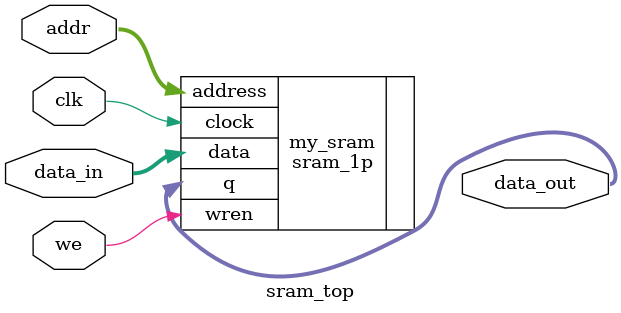
<source format=v>
module sram_top (
    input clk,
    input we,
    input [9:0] addr,       // 1024-depth → 10-bit address
    input [7:0] data_in,    // 8-bit data
    output [7:0] data_out
);

    // Instantiate the SRAM
    sram_1p my_sram (
        .clock(clk),
        .wren(we),
        .address(addr),
        .data(data_in),
        .q(data_out)
    );

endmodule

</source>
